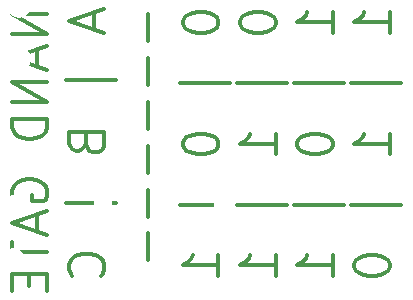
<source format=gbo>
G04 #@! TF.GenerationSoftware,KiCad,Pcbnew,7.0.8*
G04 #@! TF.CreationDate,2023-12-22T21:50:32-07:00*
G04 #@! TF.ProjectId,Sandbox,53616e64-626f-4782-9e6b-696361645f70,rev?*
G04 #@! TF.SameCoordinates,Original*
G04 #@! TF.FileFunction,Legend,Bot*
G04 #@! TF.FilePolarity,Positive*
%FSLAX46Y46*%
G04 Gerber Fmt 4.6, Leading zero omitted, Abs format (unit mm)*
G04 Created by KiCad (PCBNEW 7.0.8) date 2023-12-22 21:50:32*
%MOMM*%
%LPD*%
G01*
G04 APERTURE LIST*
%ADD10C,0.350000*%
%ADD11R,1.500000X1.050000*%
%ADD12O,1.500000X1.050000*%
%ADD13C,2.000000*%
%ADD14C,1.600000*%
%ADD15O,1.600000X1.600000*%
%ADD16R,1.800000X1.800000*%
%ADD17C,1.800000*%
G04 APERTURE END LIST*
D10*
X675134657Y-435194548D02*
X672134657Y-435194548D01*
X672134657Y-435194548D02*
X675134657Y-436908834D01*
X675134657Y-436908834D02*
X672134657Y-436908834D01*
X674277514Y-438194548D02*
X674277514Y-439623120D01*
X675134657Y-437908834D02*
X672134657Y-438908834D01*
X672134657Y-438908834D02*
X675134657Y-439908834D01*
X675134657Y-440908834D02*
X672134657Y-440908834D01*
X672134657Y-440908834D02*
X675134657Y-442623120D01*
X675134657Y-442623120D02*
X672134657Y-442623120D01*
X675134657Y-444051691D02*
X672134657Y-444051691D01*
X672134657Y-444051691D02*
X672134657Y-444765977D01*
X672134657Y-444765977D02*
X672277514Y-445194548D01*
X672277514Y-445194548D02*
X672563228Y-445480263D01*
X672563228Y-445480263D02*
X672848942Y-445623120D01*
X672848942Y-445623120D02*
X673420371Y-445765977D01*
X673420371Y-445765977D02*
X673848942Y-445765977D01*
X673848942Y-445765977D02*
X674420371Y-445623120D01*
X674420371Y-445623120D02*
X674706085Y-445480263D01*
X674706085Y-445480263D02*
X674991800Y-445194548D01*
X674991800Y-445194548D02*
X675134657Y-444765977D01*
X675134657Y-444765977D02*
X675134657Y-444051691D01*
X672277514Y-450908834D02*
X672134657Y-450623120D01*
X672134657Y-450623120D02*
X672134657Y-450194548D01*
X672134657Y-450194548D02*
X672277514Y-449765977D01*
X672277514Y-449765977D02*
X672563228Y-449480262D01*
X672563228Y-449480262D02*
X672848942Y-449337405D01*
X672848942Y-449337405D02*
X673420371Y-449194548D01*
X673420371Y-449194548D02*
X673848942Y-449194548D01*
X673848942Y-449194548D02*
X674420371Y-449337405D01*
X674420371Y-449337405D02*
X674706085Y-449480262D01*
X674706085Y-449480262D02*
X674991800Y-449765977D01*
X674991800Y-449765977D02*
X675134657Y-450194548D01*
X675134657Y-450194548D02*
X675134657Y-450480262D01*
X675134657Y-450480262D02*
X674991800Y-450908834D01*
X674991800Y-450908834D02*
X674848942Y-451051691D01*
X674848942Y-451051691D02*
X673848942Y-451051691D01*
X673848942Y-451051691D02*
X673848942Y-450480262D01*
X674277514Y-452194548D02*
X674277514Y-453623120D01*
X675134657Y-451908834D02*
X672134657Y-452908834D01*
X672134657Y-452908834D02*
X675134657Y-453908834D01*
X672134657Y-454480263D02*
X672134657Y-456194549D01*
X675134657Y-455337406D02*
X672134657Y-455337406D01*
X673563228Y-457194548D02*
X673563228Y-458194548D01*
X675134657Y-458623120D02*
X675134657Y-457194548D01*
X675134657Y-457194548D02*
X672134657Y-457194548D01*
X672134657Y-457194548D02*
X672134657Y-458623120D01*
X679107514Y-435051691D02*
X679107514Y-436480263D01*
X679964657Y-434765977D02*
X676964657Y-435765977D01*
X676964657Y-435765977D02*
X679964657Y-436765977D01*
X680964657Y-440765977D02*
X676678942Y-440765977D01*
X678393228Y-446194548D02*
X678536085Y-446623120D01*
X678536085Y-446623120D02*
X678678942Y-446765977D01*
X678678942Y-446765977D02*
X678964657Y-446908834D01*
X678964657Y-446908834D02*
X679393228Y-446908834D01*
X679393228Y-446908834D02*
X679678942Y-446765977D01*
X679678942Y-446765977D02*
X679821800Y-446623120D01*
X679821800Y-446623120D02*
X679964657Y-446337405D01*
X679964657Y-446337405D02*
X679964657Y-445194548D01*
X679964657Y-445194548D02*
X676964657Y-445194548D01*
X676964657Y-445194548D02*
X676964657Y-446194548D01*
X676964657Y-446194548D02*
X677107514Y-446480263D01*
X677107514Y-446480263D02*
X677250371Y-446623120D01*
X677250371Y-446623120D02*
X677536085Y-446765977D01*
X677536085Y-446765977D02*
X677821800Y-446765977D01*
X677821800Y-446765977D02*
X678107514Y-446623120D01*
X678107514Y-446623120D02*
X678250371Y-446480263D01*
X678250371Y-446480263D02*
X678393228Y-446194548D01*
X678393228Y-446194548D02*
X678393228Y-445194548D01*
X680964657Y-451194548D02*
X676678942Y-451194548D01*
X679678942Y-457337405D02*
X679821800Y-457194548D01*
X679821800Y-457194548D02*
X679964657Y-456765976D01*
X679964657Y-456765976D02*
X679964657Y-456480262D01*
X679964657Y-456480262D02*
X679821800Y-456051691D01*
X679821800Y-456051691D02*
X679536085Y-455765976D01*
X679536085Y-455765976D02*
X679250371Y-455623119D01*
X679250371Y-455623119D02*
X678678942Y-455480262D01*
X678678942Y-455480262D02*
X678250371Y-455480262D01*
X678250371Y-455480262D02*
X677678942Y-455623119D01*
X677678942Y-455623119D02*
X677393228Y-455765976D01*
X677393228Y-455765976D02*
X677107514Y-456051691D01*
X677107514Y-456051691D02*
X676964657Y-456480262D01*
X676964657Y-456480262D02*
X676964657Y-456765976D01*
X676964657Y-456765976D02*
X677107514Y-457194548D01*
X677107514Y-457194548D02*
X677250371Y-457337405D01*
X683651800Y-435194548D02*
X683651800Y-437480263D01*
X683651800Y-438908834D02*
X683651800Y-441194549D01*
X683651800Y-442623120D02*
X683651800Y-444908835D01*
X683651800Y-446337406D02*
X683651800Y-448623121D01*
X683651800Y-450051692D02*
X683651800Y-452337407D01*
X683651800Y-453765978D02*
X683651800Y-456051693D01*
X686624657Y-435765977D02*
X686624657Y-436051691D01*
X686624657Y-436051691D02*
X686767514Y-436337405D01*
X686767514Y-436337405D02*
X686910371Y-436480263D01*
X686910371Y-436480263D02*
X687196085Y-436623120D01*
X687196085Y-436623120D02*
X687767514Y-436765977D01*
X687767514Y-436765977D02*
X688481800Y-436765977D01*
X688481800Y-436765977D02*
X689053228Y-436623120D01*
X689053228Y-436623120D02*
X689338942Y-436480263D01*
X689338942Y-436480263D02*
X689481800Y-436337405D01*
X689481800Y-436337405D02*
X689624657Y-436051691D01*
X689624657Y-436051691D02*
X689624657Y-435765977D01*
X689624657Y-435765977D02*
X689481800Y-435480263D01*
X689481800Y-435480263D02*
X689338942Y-435337405D01*
X689338942Y-435337405D02*
X689053228Y-435194548D01*
X689053228Y-435194548D02*
X688481800Y-435051691D01*
X688481800Y-435051691D02*
X687767514Y-435051691D01*
X687767514Y-435051691D02*
X687196085Y-435194548D01*
X687196085Y-435194548D02*
X686910371Y-435337405D01*
X686910371Y-435337405D02*
X686767514Y-435480263D01*
X686767514Y-435480263D02*
X686624657Y-435765977D01*
X690624657Y-441051691D02*
X686338942Y-441051691D01*
X686624657Y-446051691D02*
X686624657Y-446337405D01*
X686624657Y-446337405D02*
X686767514Y-446623119D01*
X686767514Y-446623119D02*
X686910371Y-446765977D01*
X686910371Y-446765977D02*
X687196085Y-446908834D01*
X687196085Y-446908834D02*
X687767514Y-447051691D01*
X687767514Y-447051691D02*
X688481800Y-447051691D01*
X688481800Y-447051691D02*
X689053228Y-446908834D01*
X689053228Y-446908834D02*
X689338942Y-446765977D01*
X689338942Y-446765977D02*
X689481800Y-446623119D01*
X689481800Y-446623119D02*
X689624657Y-446337405D01*
X689624657Y-446337405D02*
X689624657Y-446051691D01*
X689624657Y-446051691D02*
X689481800Y-445765977D01*
X689481800Y-445765977D02*
X689338942Y-445623119D01*
X689338942Y-445623119D02*
X689053228Y-445480262D01*
X689053228Y-445480262D02*
X688481800Y-445337405D01*
X688481800Y-445337405D02*
X687767514Y-445337405D01*
X687767514Y-445337405D02*
X687196085Y-445480262D01*
X687196085Y-445480262D02*
X686910371Y-445623119D01*
X686910371Y-445623119D02*
X686767514Y-445765977D01*
X686767514Y-445765977D02*
X686624657Y-446051691D01*
X690624657Y-451337405D02*
X686338942Y-451337405D01*
X689624657Y-457337405D02*
X689624657Y-455623119D01*
X689624657Y-456480262D02*
X686624657Y-456480262D01*
X686624657Y-456480262D02*
X687053228Y-456194548D01*
X687053228Y-456194548D02*
X687338942Y-455908833D01*
X687338942Y-455908833D02*
X687481800Y-455623119D01*
X691454657Y-435765977D02*
X691454657Y-436051691D01*
X691454657Y-436051691D02*
X691597514Y-436337405D01*
X691597514Y-436337405D02*
X691740371Y-436480263D01*
X691740371Y-436480263D02*
X692026085Y-436623120D01*
X692026085Y-436623120D02*
X692597514Y-436765977D01*
X692597514Y-436765977D02*
X693311800Y-436765977D01*
X693311800Y-436765977D02*
X693883228Y-436623120D01*
X693883228Y-436623120D02*
X694168942Y-436480263D01*
X694168942Y-436480263D02*
X694311800Y-436337405D01*
X694311800Y-436337405D02*
X694454657Y-436051691D01*
X694454657Y-436051691D02*
X694454657Y-435765977D01*
X694454657Y-435765977D02*
X694311800Y-435480263D01*
X694311800Y-435480263D02*
X694168942Y-435337405D01*
X694168942Y-435337405D02*
X693883228Y-435194548D01*
X693883228Y-435194548D02*
X693311800Y-435051691D01*
X693311800Y-435051691D02*
X692597514Y-435051691D01*
X692597514Y-435051691D02*
X692026085Y-435194548D01*
X692026085Y-435194548D02*
X691740371Y-435337405D01*
X691740371Y-435337405D02*
X691597514Y-435480263D01*
X691597514Y-435480263D02*
X691454657Y-435765977D01*
X695454657Y-441051691D02*
X691168942Y-441051691D01*
X694454657Y-447051691D02*
X694454657Y-445337405D01*
X694454657Y-446194548D02*
X691454657Y-446194548D01*
X691454657Y-446194548D02*
X691883228Y-445908834D01*
X691883228Y-445908834D02*
X692168942Y-445623119D01*
X692168942Y-445623119D02*
X692311800Y-445337405D01*
X695454657Y-451337405D02*
X691168942Y-451337405D01*
X694454657Y-457337405D02*
X694454657Y-455623119D01*
X694454657Y-456480262D02*
X691454657Y-456480262D01*
X691454657Y-456480262D02*
X691883228Y-456194548D01*
X691883228Y-456194548D02*
X692168942Y-455908833D01*
X692168942Y-455908833D02*
X692311800Y-455623119D01*
X699284657Y-436765977D02*
X699284657Y-435051691D01*
X699284657Y-435908834D02*
X696284657Y-435908834D01*
X696284657Y-435908834D02*
X696713228Y-435623120D01*
X696713228Y-435623120D02*
X696998942Y-435337405D01*
X696998942Y-435337405D02*
X697141800Y-435051691D01*
X700284657Y-441051691D02*
X695998942Y-441051691D01*
X696284657Y-446051691D02*
X696284657Y-446337405D01*
X696284657Y-446337405D02*
X696427514Y-446623119D01*
X696427514Y-446623119D02*
X696570371Y-446765977D01*
X696570371Y-446765977D02*
X696856085Y-446908834D01*
X696856085Y-446908834D02*
X697427514Y-447051691D01*
X697427514Y-447051691D02*
X698141800Y-447051691D01*
X698141800Y-447051691D02*
X698713228Y-446908834D01*
X698713228Y-446908834D02*
X698998942Y-446765977D01*
X698998942Y-446765977D02*
X699141800Y-446623119D01*
X699141800Y-446623119D02*
X699284657Y-446337405D01*
X699284657Y-446337405D02*
X699284657Y-446051691D01*
X699284657Y-446051691D02*
X699141800Y-445765977D01*
X699141800Y-445765977D02*
X698998942Y-445623119D01*
X698998942Y-445623119D02*
X698713228Y-445480262D01*
X698713228Y-445480262D02*
X698141800Y-445337405D01*
X698141800Y-445337405D02*
X697427514Y-445337405D01*
X697427514Y-445337405D02*
X696856085Y-445480262D01*
X696856085Y-445480262D02*
X696570371Y-445623119D01*
X696570371Y-445623119D02*
X696427514Y-445765977D01*
X696427514Y-445765977D02*
X696284657Y-446051691D01*
X700284657Y-451337405D02*
X695998942Y-451337405D01*
X699284657Y-457337405D02*
X699284657Y-455623119D01*
X699284657Y-456480262D02*
X696284657Y-456480262D01*
X696284657Y-456480262D02*
X696713228Y-456194548D01*
X696713228Y-456194548D02*
X696998942Y-455908833D01*
X696998942Y-455908833D02*
X697141800Y-455623119D01*
X704114657Y-436765977D02*
X704114657Y-435051691D01*
X704114657Y-435908834D02*
X701114657Y-435908834D01*
X701114657Y-435908834D02*
X701543228Y-435623120D01*
X701543228Y-435623120D02*
X701828942Y-435337405D01*
X701828942Y-435337405D02*
X701971800Y-435051691D01*
X705114657Y-441051691D02*
X700828942Y-441051691D01*
X704114657Y-447051691D02*
X704114657Y-445337405D01*
X704114657Y-446194548D02*
X701114657Y-446194548D01*
X701114657Y-446194548D02*
X701543228Y-445908834D01*
X701543228Y-445908834D02*
X701828942Y-445623119D01*
X701828942Y-445623119D02*
X701971800Y-445337405D01*
X705114657Y-451337405D02*
X700828942Y-451337405D01*
X701114657Y-456337405D02*
X701114657Y-456623119D01*
X701114657Y-456623119D02*
X701257514Y-456908833D01*
X701257514Y-456908833D02*
X701400371Y-457051691D01*
X701400371Y-457051691D02*
X701686085Y-457194548D01*
X701686085Y-457194548D02*
X702257514Y-457337405D01*
X702257514Y-457337405D02*
X702971800Y-457337405D01*
X702971800Y-457337405D02*
X703543228Y-457194548D01*
X703543228Y-457194548D02*
X703828942Y-457051691D01*
X703828942Y-457051691D02*
X703971800Y-456908833D01*
X703971800Y-456908833D02*
X704114657Y-456623119D01*
X704114657Y-456623119D02*
X704114657Y-456337405D01*
X704114657Y-456337405D02*
X703971800Y-456051691D01*
X703971800Y-456051691D02*
X703828942Y-455908833D01*
X703828942Y-455908833D02*
X703543228Y-455765976D01*
X703543228Y-455765976D02*
X702971800Y-455623119D01*
X702971800Y-455623119D02*
X702257514Y-455623119D01*
X702257514Y-455623119D02*
X701686085Y-455765976D01*
X701686085Y-455765976D02*
X701400371Y-455908833D01*
X701400371Y-455908833D02*
X701257514Y-456051691D01*
X701257514Y-456051691D02*
X701114657Y-456337405D01*
%LPC*%
D11*
X700335000Y-449840000D03*
D12*
X700335000Y-448570000D03*
X700335000Y-447300000D03*
D13*
X666250000Y-434500000D03*
X672750000Y-434500000D03*
X666250000Y-439000000D03*
X672750000Y-439000000D03*
D14*
X700335000Y-434220000D03*
D15*
X700335000Y-444380000D03*
D13*
X665750000Y-451500000D03*
X672250000Y-451500000D03*
X665750000Y-456000000D03*
X672250000Y-456000000D03*
D14*
X679845001Y-451250000D03*
D15*
X690005001Y-451250000D03*
D14*
X725670000Y-446000000D03*
D15*
X735830000Y-446000000D03*
D14*
X679845001Y-438750001D03*
D15*
X690005001Y-438750001D03*
D11*
X700335000Y-455320000D03*
D12*
X700335000Y-454050000D03*
X700335000Y-452780000D03*
D16*
X722250000Y-445750000D03*
D17*
X719710000Y-445750000D03*
D11*
X707195000Y-449820000D03*
D12*
X707195000Y-448550000D03*
X707195000Y-447280000D03*
%LPD*%
M02*

</source>
